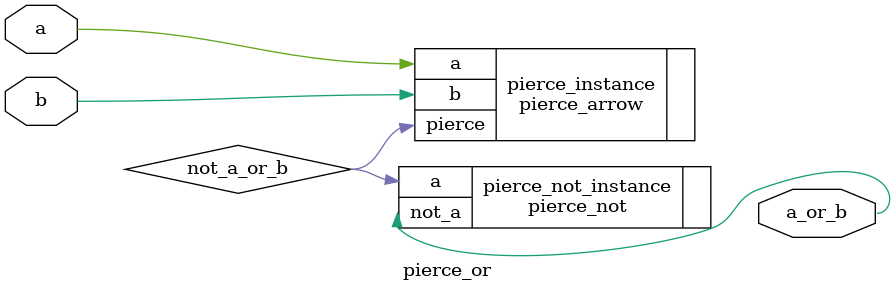
<source format=sv>
module pierce_or(
    input logic a,
    input logic b,
    output logic a_or_b
);
    logic not_a_or_b;

    pierce_arrow pierce_instance(
        .a(a),
        .b(b),
        .pierce(not_a_or_b)
    );

    pierce_not pierce_not_instance(
        .a(not_a_or_b),
        .not_a(a_or_b)
    );
endmodule

</source>
